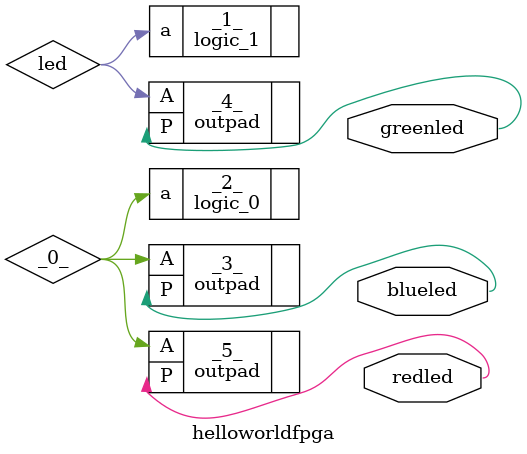
<source format=v>
/* Generated by Yosys 0.9+2406 (git sha1 ca763e6d5, gcc 12.2.0-14+deb12u1 -fPIC -Os) */

(* top =  1  *)
(* src = "/root/vaman/fpga/setup/codes/blink/onoff.v:8.1-37.10" *)
module helloworldfpga(redled, greenled, blueled);
  wire _0_;
  (* src = "/root/vaman/fpga/setup/codes/blink/onoff.v:11.17-11.24" *)
  output blueled;
  (* src = "/root/vaman/fpga/setup/codes/blink/onoff.v:13.10-13.13" *)
  (* unused_bits = "0" *)
  wire clk;
  (* src = "/root/vaman/fpga/setup/codes/blink/onoff.v:10.17-10.25" *)
  output greenled;
  (* src = "/root/vaman/fpga/setup/codes/blink/onoff.v:20.10-20.13" *)
  wire led;
  (* src = "/root/vaman/fpga/setup/codes/blink/onoff.v:9.17-9.23" *)
  output redled;
  logic_1 _1_ (
    .a(led)
  );
  logic_0 _2_ (
    .a(_0_)
  );
  (* keep = 32'd1 *)
  outpad #(
    .IO_LOC("X30Y32"),
    .IO_PAD("38"),
    .IO_TYPE("BIDIR")
  ) _3_ (
    .A(_0_),
    .P(blueled)
  );
  (* keep = 32'd1 *)
  outpad #(
    .IO_LOC("X24Y32"),
    .IO_PAD("39"),
    .IO_TYPE("BIDIR")
  ) _4_ (
    .A(led),
    .P(greenled)
  );
  (* keep = 32'd1 *)
  outpad #(
    .IO_LOC("X22Y32"),
    .IO_PAD("34"),
    .IO_TYPE("BIDIR")
  ) _5_ (
    .A(_0_),
    .P(redled)
  );
  (* module_not_derived = 32'd1 *)
  (* src = "/root/vaman/fpga/setup/codes/blink/onoff.v:15.25-17.6" *)
  qlal4s3b_cell_macro u_qlal4s3b_cell_macro (
    .Sys_Clk0(clk)
  );
endmodule

</source>
